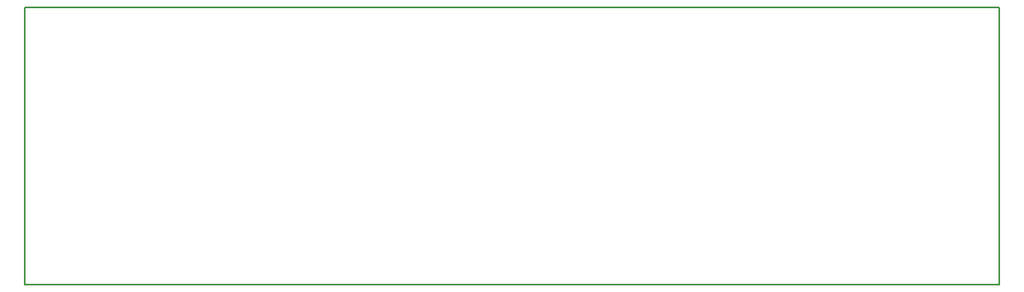
<source format=gm1>
G04 #@! TF.GenerationSoftware,KiCad,Pcbnew,(5.0.1)-3*
G04 #@! TF.CreationDate,2019-07-10T07:46:58-07:00*
G04 #@! TF.ProjectId,active_3attMix_v2,6163746976655F336174744D69785F76,V3*
G04 #@! TF.SameCoordinates,Original*
G04 #@! TF.FileFunction,Profile,NP*
%FSLAX46Y46*%
G04 Gerber Fmt 4.6, Leading zero omitted, Abs format (unit mm)*
G04 Created by KiCad (PCBNEW (5.0.1)-3) date 7/10/2019 7:46:58 AM*
%MOMM*%
%LPD*%
G01*
G04 APERTURE LIST*
%ADD10C,0.150000*%
G04 APERTURE END LIST*
D10*
X98501100Y-119238600D02*
X198501100Y-119238600D01*
X198501100Y-119238600D02*
X198501100Y-90768600D01*
X198501100Y-90768600D02*
X98501100Y-90768600D01*
X98501100Y-90768600D02*
X98501100Y-119238600D01*
M02*

</source>
